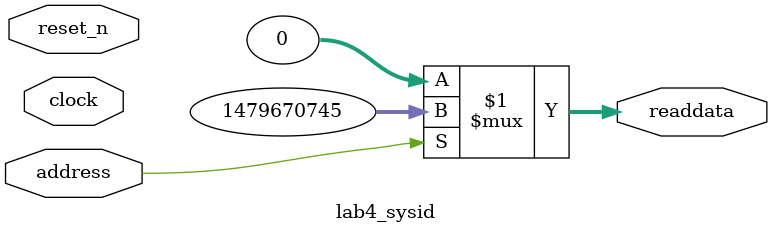
<source format=v>



// synthesis translate_off
`timescale 1ns / 1ps
// synthesis translate_on

// turn off superfluous verilog processor warnings 
// altera message_level Level1 
// altera message_off 10034 10035 10036 10037 10230 10240 10030 

module lab4_sysid (
               // inputs:
                address,
                clock,
                reset_n,

               // outputs:
                readdata
             )
;

  output  [ 31: 0] readdata;
  input            address;
  input            clock;
  input            reset_n;

  wire    [ 31: 0] readdata;
  //control_slave, which is an e_avalon_slave
  assign readdata = address ? 1479670745 : 0;

endmodule



</source>
